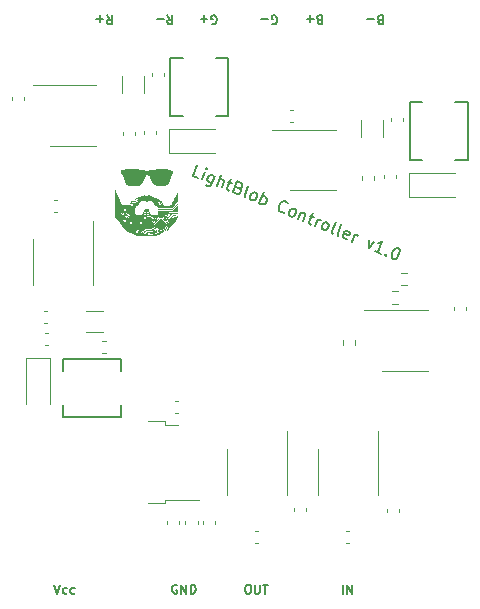
<source format=gto>
%TF.GenerationSoftware,KiCad,Pcbnew,(5.99.0-11336-g5116fa6d12)*%
%TF.CreationDate,2021-07-16T01:16:28+02:00*%
%TF.ProjectId,WS2811_3W,57533238-3131-45f3-9357-2e6b69636164,rev?*%
%TF.SameCoordinates,Original*%
%TF.FileFunction,Legend,Top*%
%TF.FilePolarity,Positive*%
%FSLAX46Y46*%
G04 Gerber Fmt 4.6, Leading zero omitted, Abs format (unit mm)*
G04 Created by KiCad (PCBNEW (5.99.0-11336-g5116fa6d12)) date 2021-07-16 01:16:28*
%MOMM*%
%LPD*%
G01*
G04 APERTURE LIST*
%ADD10C,0.200000*%
%ADD11C,0.150000*%
%ADD12C,0.120000*%
G04 APERTURE END LIST*
D10*
X89100345Y-75828375D02*
X88660402Y-75646144D01*
X89043086Y-74722265D01*
X89408305Y-75955936D02*
X89663427Y-75340016D01*
X89790988Y-75032056D02*
X89728771Y-75057828D01*
X89754542Y-75120045D01*
X89816759Y-75094274D01*
X89790988Y-75032056D01*
X89754542Y-75120045D01*
X90499318Y-75686254D02*
X90189527Y-76434156D01*
X90109086Y-76503922D01*
X90046869Y-76529693D01*
X89940658Y-76537241D01*
X89808675Y-76482572D01*
X89738909Y-76402132D01*
X90262419Y-76258179D02*
X90156207Y-76265727D01*
X89980230Y-76192835D01*
X89910465Y-76112395D01*
X89884693Y-76050178D01*
X89877145Y-75943966D01*
X89986483Y-75680000D01*
X90066924Y-75610235D01*
X90129141Y-75584464D01*
X90235352Y-75576915D01*
X90411330Y-75649807D01*
X90481095Y-75730248D01*
X90684138Y-76484403D02*
X91066822Y-75560524D01*
X91080087Y-76648411D02*
X91280540Y-76164474D01*
X91272992Y-76058262D01*
X91203226Y-75977822D01*
X91071243Y-75923153D01*
X90965032Y-75930701D01*
X90902815Y-75956472D01*
X91643169Y-76160052D02*
X91995123Y-76305836D01*
X91902713Y-75906761D02*
X91574698Y-76698658D01*
X91582247Y-76804870D01*
X91652012Y-76885310D01*
X91740001Y-76921756D01*
X92556374Y-76692941D02*
X92670133Y-76791605D01*
X92695905Y-76853822D01*
X92703453Y-76960033D01*
X92648784Y-77092016D01*
X92568344Y-77161782D01*
X92506126Y-77187553D01*
X92399915Y-77195101D01*
X92047961Y-77049317D01*
X92430644Y-76125438D01*
X92738604Y-76252999D01*
X92808369Y-76333439D01*
X92834141Y-76395656D01*
X92841689Y-76501868D01*
X92805243Y-76589856D01*
X92724802Y-76659622D01*
X92662585Y-76685393D01*
X92556374Y-76692941D01*
X92248414Y-76565380D01*
X93103823Y-77486670D02*
X93034057Y-77406229D01*
X93026509Y-77300018D01*
X93354524Y-76508121D01*
X93587760Y-77687123D02*
X93517994Y-77606682D01*
X93492223Y-77544465D01*
X93484675Y-77438254D01*
X93594013Y-77174288D01*
X93674453Y-77104523D01*
X93736671Y-77078751D01*
X93842882Y-77071203D01*
X93974865Y-77125872D01*
X94044630Y-77206312D01*
X94070402Y-77268530D01*
X94077950Y-77374741D01*
X93968612Y-77638707D01*
X93888171Y-77708472D01*
X93825954Y-77734244D01*
X93719743Y-77741792D01*
X93587760Y-77687123D01*
X94291668Y-77978691D02*
X94674351Y-77054812D01*
X94528567Y-77406766D02*
X94634779Y-77399217D01*
X94810756Y-77472110D01*
X94880521Y-77552550D01*
X94906293Y-77614767D01*
X94913841Y-77720979D01*
X94804503Y-77984944D01*
X94724062Y-78054710D01*
X94661845Y-78080481D01*
X94555634Y-78088029D01*
X94379657Y-78015137D01*
X94309891Y-77934697D01*
X96395844Y-78747185D02*
X96333627Y-78772956D01*
X96183421Y-78762281D01*
X96095433Y-78725835D01*
X95981673Y-78627172D01*
X95930131Y-78502737D01*
X95922582Y-78396526D01*
X95951480Y-78202325D01*
X96006149Y-78070343D01*
X96123036Y-77912589D01*
X96203476Y-77842823D01*
X96327910Y-77791281D01*
X96478116Y-77801955D01*
X96566105Y-77838401D01*
X96679865Y-77937065D01*
X96705636Y-77999282D01*
X96887330Y-79053849D02*
X96817564Y-78973409D01*
X96791793Y-78911192D01*
X96784245Y-78804980D01*
X96893583Y-78541015D01*
X96974023Y-78471249D01*
X97036240Y-78445478D01*
X97142452Y-78437930D01*
X97274435Y-78492599D01*
X97344200Y-78573039D01*
X97369971Y-78635256D01*
X97377520Y-78741468D01*
X97268181Y-79005433D01*
X97187741Y-79075199D01*
X97125524Y-79100970D01*
X97019312Y-79108518D01*
X96887330Y-79053849D01*
X97846360Y-78729498D02*
X97591238Y-79345418D01*
X97809914Y-78817486D02*
X97872131Y-78791715D01*
X97978343Y-78784167D01*
X98110326Y-78838836D01*
X98180091Y-78919276D01*
X98187639Y-79025488D01*
X97987186Y-79509425D01*
X98550268Y-79021066D02*
X98902222Y-79166850D01*
X98809812Y-78767776D02*
X98481798Y-79559672D01*
X98489346Y-79665884D01*
X98559112Y-79746324D01*
X98647100Y-79782770D01*
X98955060Y-79910331D02*
X99210182Y-79294412D01*
X99137290Y-79470389D02*
X99217730Y-79400623D01*
X99279948Y-79374852D01*
X99386159Y-79367304D01*
X99474148Y-79403750D01*
X99658968Y-80201900D02*
X99589203Y-80121459D01*
X99563431Y-80059242D01*
X99555883Y-79953030D01*
X99665221Y-79689065D01*
X99745662Y-79619299D01*
X99807879Y-79593528D01*
X99914090Y-79585980D01*
X100046073Y-79640649D01*
X100115839Y-79721089D01*
X100141610Y-79783307D01*
X100149158Y-79889518D01*
X100039820Y-80153484D01*
X99959380Y-80223249D01*
X99897163Y-80249020D01*
X99790951Y-80256569D01*
X99658968Y-80201900D01*
X100494859Y-80548137D02*
X100425094Y-80467697D01*
X100417545Y-80361485D01*
X100745560Y-79569588D01*
X100978796Y-80748590D02*
X100909031Y-80668150D01*
X100901482Y-80561938D01*
X101229497Y-79770042D01*
X101700927Y-80996164D02*
X101594716Y-81003713D01*
X101418739Y-80930820D01*
X101348973Y-80850380D01*
X101341425Y-80744169D01*
X101487209Y-80392214D01*
X101567649Y-80322449D01*
X101673861Y-80314901D01*
X101849838Y-80387793D01*
X101919604Y-80468233D01*
X101927152Y-80574445D01*
X101890706Y-80662433D01*
X101414317Y-80568192D01*
X102122647Y-81222389D02*
X102377769Y-80606469D01*
X102304877Y-80782446D02*
X102385317Y-80712681D01*
X102447535Y-80686909D01*
X102553746Y-80679361D01*
X102641735Y-80715807D01*
X103565614Y-81098491D02*
X103530463Y-81805525D01*
X104005557Y-81280721D01*
X104586326Y-82242878D02*
X104058395Y-82024202D01*
X104322360Y-82133540D02*
X104705044Y-81209660D01*
X104562386Y-81305197D01*
X104437951Y-81356740D01*
X104331740Y-81364288D01*
X105018720Y-82318897D02*
X105044491Y-82381114D01*
X104982274Y-82406885D01*
X104956503Y-82344668D01*
X105018720Y-82318897D01*
X104982274Y-82406885D01*
X105980877Y-81738128D02*
X106068866Y-81774574D01*
X106138631Y-81855014D01*
X106164402Y-81917232D01*
X106171951Y-82023443D01*
X106143053Y-82217643D01*
X106051938Y-82437614D01*
X105935051Y-82595368D01*
X105854611Y-82665134D01*
X105792394Y-82690905D01*
X105686182Y-82698453D01*
X105598194Y-82662007D01*
X105528428Y-82581567D01*
X105502657Y-82519350D01*
X105495109Y-82413138D01*
X105524007Y-82218938D01*
X105615122Y-81998967D01*
X105732008Y-81841213D01*
X105812448Y-81771447D01*
X105874666Y-81745676D01*
X105980877Y-81738128D01*
D11*
X90234657Y-62782800D02*
X90306085Y-62818514D01*
X90413228Y-62818514D01*
X90520371Y-62782800D01*
X90591800Y-62711371D01*
X90627514Y-62639942D01*
X90663228Y-62497085D01*
X90663228Y-62389942D01*
X90627514Y-62247085D01*
X90591800Y-62175657D01*
X90520371Y-62104228D01*
X90413228Y-62068514D01*
X90341800Y-62068514D01*
X90234657Y-62104228D01*
X90198942Y-62139942D01*
X90198942Y-62389942D01*
X90341800Y-62389942D01*
X89877514Y-62354228D02*
X89306085Y-62354228D01*
X89591800Y-62068514D02*
X89591800Y-62639942D01*
X86490542Y-62068514D02*
X86740542Y-62425657D01*
X86919114Y-62068514D02*
X86919114Y-62818514D01*
X86633400Y-62818514D01*
X86561971Y-62782800D01*
X86526257Y-62747085D01*
X86490542Y-62675657D01*
X86490542Y-62568514D01*
X86526257Y-62497085D01*
X86561971Y-62461371D01*
X86633400Y-62425657D01*
X86919114Y-62425657D01*
X86169114Y-62354228D02*
X85597685Y-62354228D01*
X95365457Y-62782800D02*
X95436885Y-62818514D01*
X95544028Y-62818514D01*
X95651171Y-62782800D01*
X95722600Y-62711371D01*
X95758314Y-62639942D01*
X95794028Y-62497085D01*
X95794028Y-62389942D01*
X95758314Y-62247085D01*
X95722600Y-62175657D01*
X95651171Y-62104228D01*
X95544028Y-62068514D01*
X95472600Y-62068514D01*
X95365457Y-62104228D01*
X95329742Y-62139942D01*
X95329742Y-62389942D01*
X95472600Y-62389942D01*
X95008314Y-62354228D02*
X94436885Y-62354228D01*
X87312571Y-110318200D02*
X87241142Y-110282485D01*
X87134000Y-110282485D01*
X87026857Y-110318200D01*
X86955428Y-110389628D01*
X86919714Y-110461057D01*
X86884000Y-110603914D01*
X86884000Y-110711057D01*
X86919714Y-110853914D01*
X86955428Y-110925342D01*
X87026857Y-110996771D01*
X87134000Y-111032485D01*
X87205428Y-111032485D01*
X87312571Y-110996771D01*
X87348285Y-110961057D01*
X87348285Y-110711057D01*
X87205428Y-110711057D01*
X87669714Y-111032485D02*
X87669714Y-110282485D01*
X88098285Y-111032485D01*
X88098285Y-110282485D01*
X88455428Y-111032485D02*
X88455428Y-110282485D01*
X88634000Y-110282485D01*
X88741142Y-110318200D01*
X88812571Y-110389628D01*
X88848285Y-110461057D01*
X88884000Y-110603914D01*
X88884000Y-110711057D01*
X88848285Y-110853914D01*
X88812571Y-110925342D01*
X88741142Y-110996771D01*
X88634000Y-111032485D01*
X88455428Y-111032485D01*
X81359742Y-62068514D02*
X81609742Y-62425657D01*
X81788314Y-62068514D02*
X81788314Y-62818514D01*
X81502600Y-62818514D01*
X81431171Y-62782800D01*
X81395457Y-62747085D01*
X81359742Y-62675657D01*
X81359742Y-62568514D01*
X81395457Y-62497085D01*
X81431171Y-62461371D01*
X81502600Y-62425657D01*
X81788314Y-62425657D01*
X81038314Y-62354228D02*
X80466885Y-62354228D01*
X80752600Y-62068514D02*
X80752600Y-62639942D01*
X93255400Y-110282485D02*
X93398257Y-110282485D01*
X93469685Y-110318200D01*
X93541114Y-110389628D01*
X93576828Y-110532485D01*
X93576828Y-110782485D01*
X93541114Y-110925342D01*
X93469685Y-110996771D01*
X93398257Y-111032485D01*
X93255400Y-111032485D01*
X93183971Y-110996771D01*
X93112542Y-110925342D01*
X93076828Y-110782485D01*
X93076828Y-110532485D01*
X93112542Y-110389628D01*
X93183971Y-110318200D01*
X93255400Y-110282485D01*
X93898257Y-110282485D02*
X93898257Y-110889628D01*
X93933971Y-110961057D01*
X93969685Y-110996771D01*
X94041114Y-111032485D01*
X94183971Y-111032485D01*
X94255400Y-110996771D01*
X94291114Y-110961057D01*
X94326828Y-110889628D01*
X94326828Y-110282485D01*
X94576828Y-110282485D02*
X95005400Y-110282485D01*
X94791114Y-111032485D02*
X94791114Y-110282485D01*
X104499914Y-62461371D02*
X104392771Y-62425657D01*
X104357057Y-62389942D01*
X104321342Y-62318514D01*
X104321342Y-62211371D01*
X104357057Y-62139942D01*
X104392771Y-62104228D01*
X104464200Y-62068514D01*
X104749914Y-62068514D01*
X104749914Y-62818514D01*
X104499914Y-62818514D01*
X104428485Y-62782800D01*
X104392771Y-62747085D01*
X104357057Y-62675657D01*
X104357057Y-62604228D01*
X104392771Y-62532800D01*
X104428485Y-62497085D01*
X104499914Y-62461371D01*
X104749914Y-62461371D01*
X103999914Y-62354228D02*
X103428485Y-62354228D01*
X99369114Y-62461371D02*
X99261971Y-62425657D01*
X99226257Y-62389942D01*
X99190542Y-62318514D01*
X99190542Y-62211371D01*
X99226257Y-62139942D01*
X99261971Y-62104228D01*
X99333400Y-62068514D01*
X99619114Y-62068514D01*
X99619114Y-62818514D01*
X99369114Y-62818514D01*
X99297685Y-62782800D01*
X99261971Y-62747085D01*
X99226257Y-62675657D01*
X99226257Y-62604228D01*
X99261971Y-62532800D01*
X99297685Y-62497085D01*
X99369114Y-62461371D01*
X99619114Y-62461371D01*
X98869114Y-62354228D02*
X98297685Y-62354228D01*
X98583400Y-62068514D02*
X98583400Y-62639942D01*
X101334142Y-111032485D02*
X101334142Y-110282485D01*
X101691285Y-111032485D02*
X101691285Y-110282485D01*
X102119857Y-111032485D01*
X102119857Y-110282485D01*
X76932742Y-110282485D02*
X77182742Y-111032485D01*
X77432742Y-110282485D01*
X78004171Y-110996771D02*
X77932742Y-111032485D01*
X77789885Y-111032485D01*
X77718457Y-110996771D01*
X77682742Y-110961057D01*
X77647028Y-110889628D01*
X77647028Y-110675342D01*
X77682742Y-110603914D01*
X77718457Y-110568200D01*
X77789885Y-110532485D01*
X77932742Y-110532485D01*
X78004171Y-110568200D01*
X78647028Y-110996771D02*
X78575600Y-111032485D01*
X78432742Y-111032485D01*
X78361314Y-110996771D01*
X78325600Y-110961057D01*
X78289885Y-110889628D01*
X78289885Y-110675342D01*
X78325600Y-110603914D01*
X78361314Y-110568200D01*
X78432742Y-110532485D01*
X78575600Y-110532485D01*
X78647028Y-110568200D01*
D12*
%TO.C,U4*%
X84830000Y-103360000D02*
X86330000Y-103360000D01*
X86330000Y-103360000D02*
X86330000Y-103090000D01*
X86330000Y-103090000D02*
X89160000Y-103090000D01*
X84830000Y-96460000D02*
X86330000Y-96460000D01*
X86330000Y-96460000D02*
X86330000Y-96730000D01*
X86330000Y-96730000D02*
X87430000Y-96730000D01*
%TO.C,D6*%
X106918401Y-75454799D02*
X106918401Y-77454799D01*
X106918401Y-77454799D02*
X110818401Y-77454799D01*
X106918401Y-75454799D02*
X110818401Y-75454799D01*
%TO.C,D5*%
X76539600Y-91069600D02*
X74539600Y-91069600D01*
X74539600Y-91069600D02*
X74539600Y-94969600D01*
X76539600Y-91069600D02*
X76539600Y-94969600D01*
%TO.C,D4*%
X86650000Y-71694800D02*
X86650000Y-73694800D01*
X86650000Y-73694800D02*
X90550000Y-73694800D01*
X86650000Y-71694800D02*
X90550000Y-71694800D01*
%TO.C,C17*%
X102968801Y-75704619D02*
X102968801Y-75985779D01*
X103988801Y-75704619D02*
X103988801Y-75985779D01*
%TO.C,C14*%
X76391380Y-88948800D02*
X76110220Y-88948800D01*
X76391380Y-89968800D02*
X76110220Y-89968800D01*
%TO.C,C3*%
X98249200Y-103796220D02*
X98249200Y-104077380D01*
X97229200Y-103796220D02*
X97229200Y-104077380D01*
D11*
%TO.C,L1*%
X86754800Y-65672800D02*
X87804800Y-65672800D01*
X91654800Y-70572800D02*
X91654800Y-65672800D01*
X91654800Y-65672800D02*
X90604800Y-65672800D01*
X86754800Y-70572800D02*
X87804800Y-70572800D01*
X91654800Y-70572800D02*
X90604800Y-70572800D01*
X86754800Y-70572800D02*
X86754800Y-65672800D01*
D12*
%TO.C,C15*%
X81268180Y-89609200D02*
X80987020Y-89609200D01*
X81268180Y-90629200D02*
X80987020Y-90629200D01*
%TO.C,C2*%
X110792800Y-87008580D02*
X110792800Y-86727420D01*
X111812800Y-87008580D02*
X111812800Y-86727420D01*
%TO.C,C19*%
X105458001Y-70726219D02*
X105458001Y-71007379D01*
X106478001Y-70726219D02*
X106478001Y-71007379D01*
%TO.C,C8*%
X89050000Y-104888420D02*
X89050000Y-105169580D01*
X88030000Y-104888420D02*
X88030000Y-105169580D01*
%TO.C,R3*%
X79587736Y-88895600D02*
X81041864Y-88895600D01*
X79587736Y-87075600D02*
X81041864Y-87075600D01*
%TO.C,C9*%
X89533000Y-104888420D02*
X89533000Y-105169580D01*
X90553000Y-104888420D02*
X90553000Y-105169580D01*
%TO.C,C5*%
X86485000Y-104888420D02*
X86485000Y-105169580D01*
X87505000Y-104888420D02*
X87505000Y-105169580D01*
%TO.C,U6*%
X75113200Y-82956400D02*
X75113200Y-81006400D01*
X75113200Y-82956400D02*
X75113200Y-84906400D01*
X80233200Y-82956400D02*
X80233200Y-84906400D01*
X80233200Y-82956400D02*
X80233200Y-79506400D01*
%TO.C,R5*%
X104744401Y-72406663D02*
X104744401Y-70952535D01*
X102924401Y-72406663D02*
X102924401Y-70952535D01*
%TO.C,R1*%
X101892980Y-105712800D02*
X101611820Y-105712800D01*
X101892980Y-106732800D02*
X101611820Y-106732800D01*
%TO.C,C12*%
X77178780Y-78691200D02*
X76897620Y-78691200D01*
X77178780Y-77671200D02*
X76897620Y-77671200D01*
%TO.C,C16*%
X96887420Y-70102000D02*
X97168580Y-70102000D01*
X96887420Y-71122000D02*
X97168580Y-71122000D01*
%TO.C,R7*%
X106764858Y-84901300D02*
X106290342Y-84901300D01*
X106764858Y-83856300D02*
X106290342Y-83856300D01*
%TO.C,C13*%
X76289780Y-88140000D02*
X76008620Y-88140000D01*
X76289780Y-87120000D02*
X76008620Y-87120000D01*
%TO.C,G\u002A\u002A\u002A*%
G36*
X86192119Y-80332746D02*
G01*
X86200306Y-80339068D01*
X86243496Y-80380642D01*
X86254230Y-80409170D01*
X86231830Y-80422054D01*
X86222096Y-80422531D01*
X86192805Y-80409427D01*
X86155375Y-80377663D01*
X86153241Y-80375421D01*
X86121969Y-80332237D01*
X86121395Y-80308126D01*
X86146463Y-80306995D01*
X86192119Y-80332746D01*
G37*
G36*
X86294893Y-80191265D02*
G01*
X86337871Y-80230489D01*
X86377937Y-80274654D01*
X86390615Y-80301905D01*
X86381240Y-80317698D01*
X86353419Y-80320017D01*
X86311447Y-80293063D01*
X86288648Y-80272652D01*
X86248735Y-80230729D01*
X86236360Y-80203586D01*
X86245279Y-80185442D01*
X86265880Y-80176754D01*
X86294893Y-80191265D01*
G37*
G36*
X83975006Y-77721488D02*
G01*
X83976967Y-77731581D01*
X83960632Y-77756791D01*
X83936511Y-77762133D01*
X83906915Y-77752856D01*
X83904137Y-77737859D01*
X83925032Y-77713679D01*
X83954395Y-77707728D01*
X83975006Y-77721488D01*
G37*
G36*
X85978150Y-79301347D02*
G01*
X86011303Y-79319091D01*
X86055586Y-79353058D01*
X86115490Y-79406843D01*
X86195506Y-79484040D01*
X86234717Y-79522844D01*
X86322127Y-79612114D01*
X86391057Y-79687344D01*
X86438402Y-79744927D01*
X86461062Y-79781252D01*
X86462594Y-79787927D01*
X86448582Y-79818690D01*
X86409729Y-79868790D01*
X86350805Y-79932433D01*
X86312097Y-79970608D01*
X86206546Y-80071792D01*
X86125376Y-80149219D01*
X86064764Y-80205829D01*
X86020884Y-80244564D01*
X85989915Y-80268368D01*
X85968032Y-80280181D01*
X85951411Y-80282946D01*
X85936230Y-80279604D01*
X85918863Y-80273169D01*
X85895584Y-80256473D01*
X85850382Y-80217173D01*
X85788691Y-80160235D01*
X85715941Y-80090624D01*
X85671271Y-80046846D01*
X85582700Y-79957671D01*
X85519887Y-79890211D01*
X85479522Y-79840426D01*
X85458292Y-79804275D01*
X85452808Y-79780306D01*
X85467029Y-79744313D01*
X85505642Y-79690126D01*
X85562576Y-79623637D01*
X85631758Y-79550740D01*
X85707114Y-79477327D01*
X85782572Y-79409293D01*
X85852059Y-79352530D01*
X85909502Y-79312931D01*
X85948828Y-79296390D01*
X85951638Y-79296231D01*
X85978150Y-79301347D01*
G37*
G36*
X87351413Y-79058120D02*
G01*
X87354335Y-79087574D01*
X87338647Y-79110391D01*
X87313525Y-79106982D01*
X87299978Y-79095186D01*
X87288995Y-79063796D01*
X87312027Y-79045646D01*
X87329974Y-79043785D01*
X87351413Y-79058120D01*
G37*
G36*
X85533941Y-80068679D02*
G01*
X85543264Y-80090619D01*
X85527556Y-80121102D01*
X85501478Y-80150537D01*
X85457165Y-80192774D01*
X85428814Y-80206944D01*
X85408857Y-80195883D01*
X85402987Y-80187442D01*
X85407367Y-80162007D01*
X85433956Y-80123069D01*
X85450089Y-80105583D01*
X85491605Y-80068942D01*
X85518480Y-80059833D01*
X85533941Y-80068679D01*
G37*
G36*
X83922289Y-80363945D02*
G01*
X83934432Y-80388548D01*
X83926858Y-80417427D01*
X83909001Y-80422531D01*
X83884427Y-80408595D01*
X83883303Y-80392377D01*
X83900107Y-80362549D01*
X83922289Y-80363945D01*
G37*
G36*
X84653393Y-79234125D02*
G01*
X84656631Y-79247684D01*
X84642149Y-79272110D01*
X84611529Y-79275497D01*
X84592429Y-79264394D01*
X84587913Y-79240633D01*
X84610132Y-79221782D01*
X84628648Y-79218555D01*
X84653393Y-79234125D01*
G37*
G36*
X85305277Y-79482905D02*
G01*
X85341393Y-79506705D01*
X85376692Y-79541649D01*
X85401107Y-79577506D01*
X85404572Y-79604045D01*
X85402580Y-79606673D01*
X85377090Y-79607953D01*
X85334747Y-79576196D01*
X85319034Y-79560614D01*
X85280294Y-79514413D01*
X85272655Y-79487011D01*
X85278411Y-79480480D01*
X85305277Y-79482905D01*
G37*
G36*
X86644006Y-78979223D02*
G01*
X86656044Y-79008492D01*
X86656783Y-79017893D01*
X86642448Y-79039331D01*
X86612994Y-79042254D01*
X86590177Y-79026566D01*
X86592969Y-79003064D01*
X86614753Y-78981459D01*
X86639186Y-78976123D01*
X86644006Y-78979223D01*
G37*
G36*
X83646524Y-75068472D02*
G01*
X83814779Y-75084149D01*
X83999540Y-75108717D01*
X84190517Y-75140851D01*
X84335189Y-75169887D01*
X84503134Y-75200417D01*
X84666589Y-75217105D01*
X84833890Y-75219789D01*
X85013376Y-75208306D01*
X85213385Y-75182493D01*
X85406575Y-75149009D01*
X85627925Y-75110119D01*
X85820921Y-75083523D01*
X85994071Y-75069286D01*
X86155883Y-75067475D01*
X86314866Y-75078156D01*
X86479528Y-75101395D01*
X86658378Y-75137258D01*
X86753878Y-75159485D01*
X86977196Y-75213310D01*
X86983049Y-75335044D01*
X86984406Y-75405875D01*
X86977879Y-75451593D01*
X86960247Y-75485643D01*
X86941729Y-75507429D01*
X86911627Y-75542057D01*
X86887131Y-75577900D01*
X86865123Y-75622244D01*
X86842482Y-75682374D01*
X86816088Y-75765576D01*
X86783349Y-75877304D01*
X86742535Y-76012344D01*
X86705859Y-76116476D01*
X86669949Y-76196895D01*
X86631433Y-76260798D01*
X86586938Y-76315380D01*
X86569680Y-76333263D01*
X86439990Y-76435776D01*
X86286933Y-76507291D01*
X86110488Y-76547815D01*
X85948766Y-76557927D01*
X85756661Y-76543527D01*
X85587080Y-76500095D01*
X85438475Y-76426381D01*
X85309299Y-76321133D01*
X85198004Y-76183101D01*
X85103044Y-76011034D01*
X85025489Y-75811687D01*
X84986504Y-75710728D01*
X84944804Y-75643320D01*
X84895293Y-75604248D01*
X84832877Y-75588296D01*
X84806165Y-75587210D01*
X84753171Y-75591089D01*
X84712544Y-75606571D01*
X84679505Y-75639422D01*
X84649273Y-75695408D01*
X84617068Y-75780296D01*
X84597635Y-75838761D01*
X84521875Y-76026546D01*
X84424847Y-76192000D01*
X84309827Y-76330949D01*
X84180091Y-76439217D01*
X84083771Y-76493818D01*
X84031685Y-76516546D01*
X83984390Y-76532130D01*
X83932230Y-76542111D01*
X83865553Y-76548029D01*
X83774705Y-76551426D01*
X83714811Y-76552705D01*
X83570652Y-76552682D01*
X83459589Y-76546277D01*
X83376349Y-76533138D01*
X83360030Y-76528972D01*
X83220064Y-76480428D01*
X83111802Y-76419602D01*
X83028873Y-76341872D01*
X82964906Y-76242614D01*
X82964628Y-76242066D01*
X82926807Y-76158414D01*
X82884020Y-76049478D01*
X82840708Y-75927658D01*
X82801311Y-75805351D01*
X82774243Y-75710371D01*
X82749597Y-75650146D01*
X82708558Y-75580479D01*
X82675631Y-75535956D01*
X82632207Y-75480018D01*
X82608997Y-75435388D01*
X82599756Y-75384945D01*
X82598221Y-75323724D01*
X82598221Y-75205169D01*
X82855522Y-75152787D01*
X83007528Y-75122364D01*
X83129045Y-75099513D01*
X83227460Y-75083215D01*
X83310158Y-75072447D01*
X83384528Y-75066190D01*
X83457954Y-75063421D01*
X83505063Y-75063010D01*
X83646524Y-75068472D01*
G37*
G36*
X84882220Y-78814014D02*
G01*
X84904679Y-78827178D01*
X84909077Y-78849595D01*
X84902563Y-78875004D01*
X84876236Y-78886234D01*
X84831401Y-78888433D01*
X84780583Y-78885176D01*
X84758123Y-78872012D01*
X84753725Y-78849595D01*
X84760239Y-78824186D01*
X84786567Y-78812956D01*
X84831401Y-78810757D01*
X84882220Y-78814014D01*
G37*
G36*
X85935671Y-78016850D02*
G01*
X85929371Y-78032707D01*
X85901145Y-78052549D01*
X85872470Y-78037206D01*
X85870231Y-78033861D01*
X85874559Y-78011773D01*
X85889341Y-78002334D01*
X85924541Y-77998499D01*
X85935671Y-78016850D01*
G37*
G36*
X84964097Y-80593452D02*
G01*
X84967334Y-80607011D01*
X84952853Y-80631437D01*
X84922233Y-80634824D01*
X84903132Y-80623721D01*
X84898616Y-80599960D01*
X84920835Y-80581109D01*
X84939352Y-80577882D01*
X84964097Y-80593452D01*
G37*
G36*
X83145035Y-79160761D02*
G01*
X83140312Y-79183010D01*
X83113849Y-79195705D01*
X83087939Y-79186323D01*
X83083695Y-79170008D01*
X83097655Y-79145522D01*
X83117678Y-79144576D01*
X83145035Y-79160761D01*
G37*
G36*
X82929907Y-79485450D02*
G01*
X82935227Y-79489537D01*
X82941997Y-79517604D01*
X82925194Y-79543426D01*
X82908924Y-79548677D01*
X82884090Y-79534510D01*
X82878454Y-79527087D01*
X82879434Y-79501977D01*
X82902209Y-79484378D01*
X82929907Y-79485450D01*
G37*
G36*
X86621739Y-79486447D02*
G01*
X86630597Y-79508553D01*
X86613989Y-79539778D01*
X86588940Y-79567968D01*
X86535069Y-79613863D01*
X86494996Y-79625278D01*
X86474205Y-79610011D01*
X86480962Y-79588262D01*
X86509473Y-79551205D01*
X86531354Y-79528490D01*
X86576013Y-79489724D01*
X86604661Y-79478111D01*
X86621739Y-79486447D01*
G37*
G36*
X85553179Y-79236739D02*
G01*
X85591189Y-79270333D01*
X85603474Y-79282483D01*
X85645748Y-79333020D01*
X85659360Y-79366438D01*
X85647162Y-79378119D01*
X85612005Y-79363440D01*
X85572551Y-79332592D01*
X85527784Y-79282250D01*
X85519395Y-79244424D01*
X85519965Y-79242790D01*
X85531747Y-79228656D01*
X85553179Y-79236739D01*
G37*
G36*
X84265116Y-79616414D02*
G01*
X84270443Y-79620778D01*
X84281315Y-79651399D01*
X84267152Y-79678467D01*
X84248832Y-79684610D01*
X84223927Y-79670465D01*
X84218658Y-79663499D01*
X84216390Y-79633884D01*
X84236935Y-79614015D01*
X84265116Y-79616414D01*
G37*
G36*
X86387007Y-79248975D02*
G01*
X86387999Y-79269683D01*
X86361466Y-79308412D01*
X86343958Y-79327549D01*
X86297168Y-79372606D01*
X86267512Y-79390609D01*
X86247684Y-79384684D01*
X86238520Y-79372683D01*
X86240049Y-79342994D01*
X86266176Y-79306541D01*
X86306029Y-79272381D01*
X86348734Y-79249573D01*
X86383420Y-79247173D01*
X86387007Y-79248975D01*
G37*
G36*
X83449418Y-79680761D02*
G01*
X83452655Y-79694320D01*
X83438174Y-79718746D01*
X83407554Y-79722133D01*
X83388453Y-79711030D01*
X83383937Y-79687269D01*
X83406156Y-79668418D01*
X83424673Y-79665191D01*
X83449418Y-79680761D01*
G37*
G36*
X85689947Y-79137233D02*
G01*
X85719819Y-79161323D01*
X85758463Y-79199941D01*
X85780762Y-79229794D01*
X85782930Y-79236554D01*
X85772520Y-79262257D01*
X85743030Y-79256504D01*
X85697073Y-79220058D01*
X85685066Y-79208052D01*
X85645420Y-79158298D01*
X85635324Y-79126810D01*
X85651319Y-79118239D01*
X85689947Y-79137233D01*
G37*
G36*
X85450469Y-79365419D02*
G01*
X85484333Y-79395649D01*
X85520024Y-79437757D01*
X85536975Y-79473138D01*
X85536606Y-79483057D01*
X85522773Y-79505025D01*
X85501980Y-79503520D01*
X85467461Y-79476006D01*
X85437175Y-79445780D01*
X85399864Y-79402484D01*
X85389727Y-79374667D01*
X85398435Y-79358372D01*
X85419969Y-79349619D01*
X85450469Y-79365419D01*
G37*
G36*
X86436442Y-80095319D02*
G01*
X86458586Y-80113609D01*
X86494768Y-80152099D01*
X86511532Y-80182279D01*
X86510843Y-80189987D01*
X86492353Y-80206707D01*
X86466706Y-80198912D01*
X86426717Y-80163676D01*
X86413924Y-80150537D01*
X86378183Y-80103749D01*
X86373276Y-80076260D01*
X86394322Y-80072106D01*
X86436442Y-80095319D01*
G37*
G36*
X85417192Y-79960797D02*
G01*
X85398197Y-79999426D01*
X85374107Y-80029297D01*
X85325999Y-80076237D01*
X85292891Y-80091354D01*
X85270538Y-80076559D01*
X85270229Y-80076066D01*
X85276987Y-80054317D01*
X85305497Y-80017260D01*
X85327378Y-79994545D01*
X85377132Y-79954899D01*
X85408620Y-79944802D01*
X85417192Y-79960797D01*
G37*
G36*
X85786724Y-80302043D02*
G01*
X85795582Y-80324149D01*
X85778974Y-80355375D01*
X85753924Y-80383565D01*
X85700054Y-80429459D01*
X85659980Y-80440874D01*
X85639190Y-80425608D01*
X85645947Y-80403859D01*
X85674458Y-80366802D01*
X85696338Y-80344086D01*
X85740997Y-80305321D01*
X85769646Y-80293708D01*
X85786724Y-80302043D01*
G37*
G36*
X84354178Y-78940284D02*
G01*
X84357736Y-78932125D01*
X84370068Y-78902373D01*
X84396067Y-78845747D01*
X84432039Y-78770118D01*
X84435890Y-78762210D01*
X84540117Y-78762210D01*
X84544356Y-78793488D01*
X84564354Y-78807390D01*
X84611028Y-78810740D01*
X84617793Y-78810757D01*
X84667838Y-78808107D01*
X84690081Y-78795609D01*
X84695441Y-78766437D01*
X84695468Y-78762210D01*
X84691229Y-78730931D01*
X84671231Y-78717029D01*
X84624557Y-78713680D01*
X84617793Y-78713662D01*
X84567747Y-78716312D01*
X84545504Y-78728811D01*
X84540145Y-78757982D01*
X84540117Y-78762210D01*
X84435890Y-78762210D01*
X84474292Y-78683353D01*
X84478495Y-78674824D01*
X84588664Y-78451506D01*
X84743271Y-78451506D01*
X84820948Y-78452328D01*
X84869035Y-78456472D01*
X84896771Y-78466454D01*
X84913397Y-78484791D01*
X84921495Y-78500054D01*
X84971099Y-78603410D01*
X85018045Y-78703741D01*
X85059012Y-78793713D01*
X85090681Y-78865995D01*
X85109730Y-78913256D01*
X85112770Y-78922416D01*
X85124057Y-78947041D01*
X85146605Y-78960206D01*
X85190563Y-78965381D01*
X85240508Y-78966109D01*
X85355713Y-78966109D01*
X85355713Y-79050109D01*
X85363301Y-79117820D01*
X85389986Y-79165366D01*
X85401346Y-79176979D01*
X85434465Y-79204558D01*
X85455101Y-79205931D01*
X85473537Y-79187848D01*
X85488369Y-79161161D01*
X85479999Y-79145477D01*
X85577339Y-79145477D01*
X85594058Y-79172130D01*
X85633663Y-79214648D01*
X85647535Y-79228812D01*
X85701086Y-79281093D01*
X85737461Y-79307406D01*
X85765350Y-79310757D01*
X85793443Y-79294153D01*
X85805675Y-79283512D01*
X85833648Y-79250227D01*
X85834828Y-79231660D01*
X86062789Y-79231660D01*
X86064487Y-79252220D01*
X86083042Y-79275838D01*
X86083476Y-79276317D01*
X86125734Y-79308870D01*
X86169150Y-79308985D01*
X86220163Y-79275622D01*
X86246819Y-79249918D01*
X86290775Y-79191416D01*
X86294242Y-79179400D01*
X86419368Y-79179400D01*
X86426489Y-79192720D01*
X86449164Y-79213644D01*
X86472184Y-79212411D01*
X86505222Y-79186008D01*
X86530560Y-79160298D01*
X86575802Y-79123173D01*
X86619019Y-79103164D01*
X86628278Y-79102041D01*
X86672374Y-79088209D01*
X86706532Y-79061876D01*
X86730185Y-79029687D01*
X86729074Y-79000420D01*
X86713747Y-78969636D01*
X86678827Y-78930009D01*
X86639969Y-78911146D01*
X86586758Y-78920714D01*
X86542510Y-78956607D01*
X86521207Y-79006750D01*
X86520851Y-79014033D01*
X86507402Y-79053694D01*
X86473994Y-79100058D01*
X86462949Y-79111411D01*
X86426820Y-79151773D01*
X86419368Y-79179400D01*
X86294242Y-79179400D01*
X86305395Y-79140741D01*
X86290608Y-79103769D01*
X86248883Y-79086646D01*
X86207129Y-79093253D01*
X86158765Y-79125863D01*
X86124057Y-79158972D01*
X86081472Y-79203973D01*
X86062789Y-79231660D01*
X85834828Y-79231660D01*
X85835706Y-79217852D01*
X85809626Y-79178486D01*
X85763455Y-79133429D01*
X85705639Y-79086011D01*
X85663901Y-79066897D01*
X85629557Y-79074470D01*
X85597954Y-79102589D01*
X85579855Y-79125395D01*
X85577339Y-79145477D01*
X85479999Y-79145477D01*
X85475558Y-79137154D01*
X85457033Y-79120977D01*
X85420502Y-79067808D01*
X85413970Y-79026995D01*
X85413970Y-78967883D01*
X85676126Y-78956399D01*
X85681709Y-78776774D01*
X85687293Y-78597148D01*
X86312826Y-78596838D01*
X86938358Y-78596528D01*
X87006325Y-78537132D01*
X87047778Y-78499413D01*
X87108222Y-78442546D01*
X87179044Y-78374700D01*
X87241358Y-78314124D01*
X87306990Y-78250812D01*
X87362678Y-78198901D01*
X87402593Y-78163699D01*
X87420904Y-78150515D01*
X87420983Y-78150512D01*
X87425287Y-78168830D01*
X87428955Y-78219381D01*
X87431713Y-78295561D01*
X87433283Y-78390769D01*
X87433542Y-78451506D01*
X87433542Y-78752500D01*
X86594067Y-78752500D01*
X86440945Y-78901510D01*
X86379132Y-78962859D01*
X86329270Y-79014624D01*
X86297062Y-79050733D01*
X86287823Y-79064493D01*
X86299633Y-79086289D01*
X86334191Y-79078281D01*
X86390190Y-79041158D01*
X86466324Y-78975609D01*
X86478915Y-78963826D01*
X86620468Y-78830176D01*
X87027005Y-78830176D01*
X87162379Y-78830317D01*
X87263808Y-78831052D01*
X87336183Y-78832847D01*
X87384399Y-78836171D01*
X87413345Y-78841490D01*
X87427916Y-78849273D01*
X87433003Y-78859986D01*
X87433542Y-78869014D01*
X87431417Y-78884748D01*
X87420956Y-78895563D01*
X87396027Y-78902396D01*
X87350498Y-78906185D01*
X87278240Y-78907869D01*
X87176241Y-78908380D01*
X86918939Y-78908907D01*
X86729605Y-79092019D01*
X86660195Y-79160453D01*
X86602215Y-79220102D01*
X86560824Y-79265472D01*
X86541179Y-79291066D01*
X86540270Y-79293772D01*
X86549249Y-79316841D01*
X86577178Y-79313498D01*
X86625540Y-79282831D01*
X86695822Y-79223924D01*
X86777101Y-79147883D01*
X86965384Y-78966109D01*
X87297609Y-78966109D01*
X87258771Y-79004947D01*
X87211802Y-79033529D01*
X87140940Y-79044259D01*
X87127693Y-79044527D01*
X87088465Y-79046029D01*
X87055870Y-79052752D01*
X87022984Y-79069103D01*
X86982887Y-79099490D01*
X86928655Y-79148321D01*
X86855828Y-79217641D01*
X86788187Y-79284025D01*
X86732187Y-79341794D01*
X86693165Y-79385234D01*
X86676457Y-79408633D01*
X86676202Y-79409942D01*
X86684196Y-79435622D01*
X86709480Y-79435618D01*
X86754013Y-79408817D01*
X86819751Y-79354105D01*
X86890163Y-79288301D01*
X86963603Y-79218300D01*
X87016437Y-79171212D01*
X87055580Y-79142549D01*
X87087952Y-79127825D01*
X87120470Y-79122552D01*
X87146438Y-79122078D01*
X87207962Y-79129011D01*
X87258120Y-79145494D01*
X87267338Y-79151206D01*
X87324521Y-79177508D01*
X87375308Y-79165630D01*
X87405527Y-79136025D01*
X87428074Y-79107280D01*
X87433369Y-79109283D01*
X87428792Y-79132479D01*
X87415679Y-79154607D01*
X87382336Y-79202008D01*
X87332287Y-79270133D01*
X87269057Y-79354432D01*
X87196170Y-79450356D01*
X87117150Y-79553355D01*
X87035523Y-79658879D01*
X86954812Y-79762380D01*
X86878542Y-79859307D01*
X86810237Y-79945112D01*
X86753423Y-80015245D01*
X86711622Y-80065156D01*
X86688360Y-80090296D01*
X86685146Y-80092408D01*
X86683651Y-80078054D01*
X86686933Y-80067622D01*
X86680302Y-80037005D01*
X86649632Y-79996354D01*
X86604861Y-79954454D01*
X86555925Y-79920089D01*
X86512760Y-79902042D01*
X86498916Y-79901416D01*
X86457049Y-79920649D01*
X86445105Y-79958741D01*
X86462529Y-80010475D01*
X86508767Y-80070637D01*
X86517864Y-80079783D01*
X86563972Y-80122135D01*
X86594762Y-80140272D01*
X86620959Y-80138793D01*
X86637606Y-80131117D01*
X86661164Y-80120287D01*
X86663073Y-80127418D01*
X86642065Y-80157417D01*
X86625197Y-80179175D01*
X86578793Y-80229774D01*
X86530277Y-80270048D01*
X86516578Y-80278433D01*
X86486074Y-80292255D01*
X86461826Y-80291457D01*
X86433636Y-80271489D01*
X86391308Y-80227799D01*
X86383027Y-80218829D01*
X86321491Y-80160236D01*
X86273132Y-80134425D01*
X86233353Y-80139650D01*
X86214031Y-80154549D01*
X86193407Y-80189457D01*
X86200362Y-80230762D01*
X86236808Y-80284665D01*
X86263550Y-80314908D01*
X86336371Y-80393402D01*
X86257876Y-80320581D01*
X86196224Y-80270140D01*
X86149978Y-80250058D01*
X86112939Y-80258422D01*
X86097517Y-80271063D01*
X86075808Y-80313019D01*
X86090011Y-80361935D01*
X86122799Y-80403150D01*
X86171383Y-80453861D01*
X85855788Y-80603505D01*
X85752173Y-80651758D01*
X85658977Y-80693510D01*
X85582517Y-80726063D01*
X85529112Y-80746716D01*
X85506210Y-80752902D01*
X85476994Y-80739982D01*
X85473747Y-80705996D01*
X85494800Y-80657160D01*
X85538483Y-80599694D01*
X85550845Y-80586632D01*
X85594126Y-80540411D01*
X85612708Y-80512050D01*
X85610413Y-80493052D01*
X85598473Y-80480806D01*
X85577610Y-80470136D01*
X85553098Y-80477138D01*
X85516600Y-80506010D01*
X85481017Y-80539947D01*
X85430390Y-80594107D01*
X85403961Y-80637185D01*
X85394904Y-80681463D01*
X85394551Y-80695510D01*
X85394551Y-80766214D01*
X85205216Y-80778752D01*
X85116404Y-80783245D01*
X85001501Y-80787039D01*
X84873253Y-80789817D01*
X84744407Y-80791259D01*
X84699358Y-80791390D01*
X84578207Y-80790822D01*
X84491636Y-80788802D01*
X84435406Y-80784988D01*
X84405276Y-80779041D01*
X84397006Y-80770619D01*
X84398364Y-80767217D01*
X84417561Y-80745204D01*
X84459072Y-80702186D01*
X84517137Y-80644000D01*
X84548577Y-80613173D01*
X84834131Y-80613173D01*
X84851502Y-80661995D01*
X84873451Y-80682809D01*
X84922872Y-80709594D01*
X84960726Y-80705786D01*
X84996462Y-80674977D01*
X85029067Y-80650670D01*
X85077675Y-80638826D01*
X85140821Y-80636139D01*
X85193785Y-80635133D01*
X85232461Y-80628541D01*
X85266926Y-80610999D01*
X85307256Y-80577146D01*
X85363529Y-80521620D01*
X85371901Y-80513176D01*
X85429926Y-80452984D01*
X85463104Y-80413164D01*
X85463874Y-80411550D01*
X85592336Y-80411550D01*
X85598373Y-80444021D01*
X85619256Y-80469691D01*
X85651001Y-80493838D01*
X85682276Y-80494805D01*
X85721893Y-80470132D01*
X85767547Y-80428299D01*
X85820045Y-80368361D01*
X85839453Y-80321169D01*
X85827318Y-80281896D01*
X85817884Y-80271063D01*
X85782034Y-80250210D01*
X85740085Y-80258371D01*
X85686192Y-80297374D01*
X85662381Y-80319667D01*
X85612872Y-80372882D01*
X85592336Y-80411550D01*
X85463874Y-80411550D01*
X85475194Y-80387817D01*
X85469953Y-80371045D01*
X85465304Y-80366586D01*
X85446658Y-80359380D01*
X85420620Y-80368493D01*
X85381019Y-80397683D01*
X85321687Y-80450708D01*
X85311269Y-80460421D01*
X85246768Y-80518633D01*
X85199883Y-80554012D01*
X85161514Y-80571916D01*
X85122561Y-80577702D01*
X85111753Y-80577882D01*
X85032286Y-80562074D01*
X84991813Y-80534676D01*
X84956853Y-80506462D01*
X84928318Y-80504074D01*
X84893466Y-80520725D01*
X84848579Y-80562362D01*
X84834131Y-80613173D01*
X84548577Y-80613173D01*
X84586000Y-80576480D01*
X84599581Y-80563318D01*
X84785268Y-80383693D01*
X85028019Y-80383693D01*
X85128930Y-80383415D01*
X85198728Y-80381632D01*
X85245141Y-80376918D01*
X85275893Y-80367846D01*
X85298711Y-80352992D01*
X85321320Y-80330930D01*
X85322907Y-80329275D01*
X85339876Y-80308225D01*
X85474606Y-80308225D01*
X85496142Y-80348155D01*
X85506210Y-80356661D01*
X85532472Y-80375871D01*
X85551337Y-80379248D01*
X85577240Y-80364592D01*
X85609255Y-80340974D01*
X85657797Y-80298388D01*
X85696109Y-80253847D01*
X85697378Y-80251947D01*
X85716726Y-80215586D01*
X85711100Y-80189308D01*
X85694059Y-80168442D01*
X85652552Y-80137201D01*
X85609417Y-80138610D01*
X85558592Y-80173779D01*
X85534757Y-80197540D01*
X85487275Y-80259151D01*
X85474606Y-80308225D01*
X85339876Y-80308225D01*
X85355580Y-80288745D01*
X85359491Y-80262138D01*
X85352706Y-80252520D01*
X85327614Y-80242767D01*
X85291394Y-80261079D01*
X85282165Y-80268100D01*
X85257230Y-80284160D01*
X85225655Y-80294994D01*
X85179813Y-80301586D01*
X85112079Y-80304923D01*
X85014827Y-80305989D01*
X84988685Y-80306017D01*
X84743409Y-80306017D01*
X84510685Y-80540111D01*
X84277961Y-80774204D01*
X84093481Y-80761032D01*
X83909001Y-80747859D01*
X83394398Y-80488114D01*
X83176778Y-80378270D01*
X83802196Y-80378270D01*
X83818210Y-80433842D01*
X83858529Y-80470011D01*
X83911574Y-80482221D01*
X83965764Y-80465919D01*
X83985289Y-80450272D01*
X83994138Y-80435952D01*
X84287670Y-80435952D01*
X84302691Y-80471703D01*
X84337731Y-80509671D01*
X84377760Y-80535346D01*
X84394475Y-80539044D01*
X84428933Y-80526189D01*
X84462441Y-80500207D01*
X84491366Y-80460189D01*
X84501279Y-80428204D01*
X84514139Y-80396166D01*
X84547038Y-80350460D01*
X84573186Y-80321400D01*
X84645094Y-80247760D01*
X84899924Y-80247760D01*
X85003990Y-80247440D01*
X85076575Y-80245683D01*
X85125036Y-80241295D01*
X85156729Y-80233082D01*
X85179011Y-80219851D01*
X85199237Y-80200407D01*
X85200603Y-80198955D01*
X85216573Y-80178040D01*
X85340300Y-80178040D01*
X85347714Y-80208670D01*
X85378134Y-80236026D01*
X85414785Y-80253050D01*
X85451450Y-80246824D01*
X85496326Y-80214139D01*
X85536964Y-80173851D01*
X85575720Y-80118455D01*
X85586051Y-80068790D01*
X85568150Y-80032433D01*
X85533000Y-80017930D01*
X85489019Y-80025764D01*
X85435123Y-80063163D01*
X85411631Y-80084983D01*
X85361064Y-80139255D01*
X85340300Y-80178040D01*
X85216573Y-80178040D01*
X85229758Y-80160773D01*
X85229888Y-80135105D01*
X85223866Y-80127564D01*
X85198466Y-80116818D01*
X85165498Y-80137359D01*
X85165308Y-80137531D01*
X85143544Y-80151420D01*
X85109849Y-80160884D01*
X85057370Y-80166713D01*
X84979257Y-80169697D01*
X84878420Y-80170610D01*
X84627502Y-80171135D01*
X84532601Y-80255568D01*
X84464809Y-80308211D01*
X84408958Y-80336439D01*
X84388474Y-80340000D01*
X84337390Y-80356214D01*
X84299266Y-80395815D01*
X84287670Y-80435952D01*
X83994138Y-80435952D01*
X84010331Y-80409748D01*
X84015805Y-80383775D01*
X84029768Y-80355282D01*
X84067405Y-80309548D01*
X84122336Y-80253932D01*
X84151738Y-80226983D01*
X84287670Y-80106173D01*
X84287670Y-80066120D01*
X85219780Y-80066120D01*
X85233516Y-80090466D01*
X85264460Y-80121722D01*
X85297221Y-80145689D01*
X85311431Y-80150665D01*
X85327516Y-80138804D01*
X85363232Y-80108286D01*
X85394495Y-80080439D01*
X85438295Y-80035146D01*
X85466486Y-79995004D01*
X85472227Y-79977519D01*
X85456070Y-79931203D01*
X85417220Y-79901864D01*
X85396341Y-79898219D01*
X85365692Y-79911569D01*
X85322061Y-79944838D01*
X85276143Y-79987853D01*
X85238636Y-80030442D01*
X85220238Y-80062432D01*
X85219780Y-80066120D01*
X84287670Y-80066120D01*
X84287670Y-79916888D01*
X84288896Y-79825393D01*
X84292071Y-79781778D01*
X85394551Y-79781778D01*
X85406311Y-79812850D01*
X85442592Y-79863353D01*
X85504893Y-79935107D01*
X85594716Y-80029934D01*
X85622724Y-80058553D01*
X85722420Y-80158605D01*
X85800350Y-80232619D01*
X85861046Y-80283138D01*
X85909037Y-80312706D01*
X85948853Y-80323865D01*
X85985026Y-80319160D01*
X86022084Y-80301134D01*
X86037334Y-80291325D01*
X86068880Y-80265798D01*
X86121380Y-80218561D01*
X86188478Y-80155522D01*
X86240684Y-80104985D01*
X86311970Y-80104985D01*
X86328741Y-80130862D01*
X86367764Y-80169547D01*
X86389773Y-80190040D01*
X86437759Y-80234519D01*
X86466286Y-80257639D01*
X86485023Y-80263732D01*
X86503638Y-80257130D01*
X86519843Y-80248300D01*
X86558349Y-80216460D01*
X86563788Y-80176781D01*
X86535836Y-80124826D01*
X86508439Y-80091974D01*
X86446957Y-80037609D01*
X86392178Y-80015651D01*
X86348133Y-80026985D01*
X86327344Y-80052294D01*
X86312991Y-80082075D01*
X86311970Y-80104985D01*
X86240684Y-80104985D01*
X86263821Y-80082587D01*
X86294635Y-80052171D01*
X86384451Y-79962490D01*
X86449236Y-79892111D01*
X86488660Y-79834584D01*
X86502392Y-79783462D01*
X86490102Y-79732295D01*
X86451458Y-79674635D01*
X86386131Y-79604034D01*
X86369818Y-79588136D01*
X86428531Y-79588136D01*
X86431569Y-79616662D01*
X86455893Y-79649097D01*
X86455894Y-79649098D01*
X86483106Y-79674779D01*
X86507983Y-79680549D01*
X86540045Y-79664088D01*
X86588811Y-79623081D01*
X86598471Y-79614384D01*
X86653882Y-79555000D01*
X86674587Y-79506642D01*
X86661836Y-79465660D01*
X86652900Y-79455466D01*
X86617049Y-79434614D01*
X86575100Y-79442775D01*
X86521207Y-79481777D01*
X86497396Y-79504071D01*
X86449549Y-79553834D01*
X86428531Y-79588136D01*
X86369818Y-79588136D01*
X86293790Y-79514042D01*
X86265665Y-79487009D01*
X86252434Y-79474589D01*
X86307242Y-79474589D01*
X86319230Y-79504444D01*
X86346222Y-79539906D01*
X86374759Y-79564727D01*
X86384697Y-79568096D01*
X86405055Y-79555935D01*
X86443855Y-79524534D01*
X86478782Y-79493404D01*
X86523257Y-79447665D01*
X86552644Y-79408475D01*
X86559689Y-79390483D01*
X86542997Y-79347385D01*
X86503820Y-79319521D01*
X86482984Y-79316175D01*
X86451634Y-79329343D01*
X86407396Y-79361490D01*
X86361275Y-79402699D01*
X86324274Y-79443048D01*
X86307399Y-79472620D01*
X86307242Y-79474589D01*
X86252434Y-79474589D01*
X86184273Y-79410605D01*
X86125558Y-79358216D01*
X86168042Y-79358216D01*
X86211193Y-79404149D01*
X86242561Y-79430859D01*
X86272763Y-79435922D01*
X86309345Y-79416793D01*
X86359854Y-79370931D01*
X86384446Y-79345781D01*
X86424413Y-79299956D01*
X86438612Y-79268893D01*
X86431422Y-79242862D01*
X86431035Y-79242238D01*
X86390654Y-79206301D01*
X86339037Y-79205906D01*
X86279243Y-79240483D01*
X86240792Y-79277690D01*
X86168042Y-79358216D01*
X86125558Y-79358216D01*
X86109356Y-79343760D01*
X86046605Y-79291288D01*
X86001710Y-79258003D01*
X85983923Y-79248689D01*
X85949379Y-79245445D01*
X85911723Y-79255032D01*
X85866678Y-79280523D01*
X85809966Y-79324987D01*
X85737308Y-79391496D01*
X85644426Y-79483120D01*
X85613014Y-79514911D01*
X85517698Y-79614243D01*
X85450508Y-79690143D01*
X85410005Y-79744367D01*
X85394754Y-79778670D01*
X85394551Y-79781778D01*
X84292071Y-79781778D01*
X84293217Y-79766038D01*
X84301598Y-79732186D01*
X84315003Y-79717198D01*
X84316799Y-79716426D01*
X84338094Y-79690293D01*
X84345336Y-79644971D01*
X84337830Y-79597743D01*
X84322624Y-79571980D01*
X84280567Y-79552503D01*
X84225840Y-79551018D01*
X84180192Y-79567526D01*
X84175040Y-79571980D01*
X84156320Y-79609680D01*
X84152858Y-79658096D01*
X84163957Y-79699946D01*
X84180866Y-79716426D01*
X84195548Y-79730674D01*
X84204560Y-79764265D01*
X84208999Y-79824051D01*
X84209994Y-79898745D01*
X84209994Y-80069887D01*
X84088626Y-80178155D01*
X84013946Y-80239185D01*
X83954526Y-80276272D01*
X83920239Y-80286511D01*
X83869031Y-80299670D01*
X83825135Y-80331568D01*
X83802820Y-80371112D01*
X83802196Y-80378270D01*
X83176778Y-80378270D01*
X82879796Y-80228368D01*
X82457570Y-79670060D01*
X82035344Y-79111751D01*
X82035269Y-78892293D01*
X82597299Y-78892293D01*
X82618725Y-78933949D01*
X82637396Y-78964466D01*
X82648864Y-79004360D01*
X82654697Y-79063091D01*
X82656464Y-79150118D01*
X82656478Y-79161498D01*
X82656478Y-79341053D01*
X82734154Y-79407540D01*
X82785035Y-79459974D01*
X82810240Y-79505800D01*
X82811829Y-79517178D01*
X82827239Y-79572174D01*
X82871469Y-79602128D01*
X82908924Y-79606934D01*
X82956280Y-79598457D01*
X82982716Y-79583632D01*
X83008018Y-79535829D01*
X83002687Y-79484566D01*
X82972169Y-79440760D01*
X82921911Y-79415328D01*
X82897470Y-79412745D01*
X82861586Y-79401503D01*
X82813316Y-79373497D01*
X82799098Y-79363209D01*
X82734154Y-79313673D01*
X82734154Y-79142269D01*
X82736079Y-79050840D01*
X82742530Y-78991313D01*
X82754514Y-78956911D01*
X82763282Y-78946690D01*
X82788452Y-78903560D01*
X82787694Y-78849346D01*
X82761895Y-78802435D01*
X82712178Y-78772927D01*
X82663017Y-78774364D01*
X82622255Y-78799540D01*
X82597735Y-78841251D01*
X82597299Y-78892293D01*
X82035269Y-78892293D01*
X82035258Y-78859304D01*
X82035709Y-78770208D01*
X82037038Y-78656099D01*
X82038669Y-78551289D01*
X82802825Y-78551289D01*
X82818784Y-78585960D01*
X82836331Y-78626532D01*
X82846519Y-78687603D01*
X82850504Y-78777160D01*
X82850667Y-78806031D01*
X82850667Y-78977441D01*
X82938053Y-79063203D01*
X82992208Y-79124262D01*
X83021605Y-79175098D01*
X83025438Y-79194096D01*
X83042720Y-79239190D01*
X83069131Y-79256788D01*
X83110864Y-79271973D01*
X83137282Y-79270927D01*
X83169198Y-79251670D01*
X83176469Y-79246582D01*
X83212838Y-79201681D01*
X83215884Y-79149428D01*
X83185955Y-79101824D01*
X83171934Y-79091106D01*
X83131462Y-79072481D01*
X83104002Y-79072364D01*
X83078872Y-79068088D01*
X83036508Y-79043537D01*
X83006403Y-79020636D01*
X82929043Y-78956399D01*
X82928852Y-78873808D01*
X83023027Y-78873808D01*
X83039399Y-78920245D01*
X83076678Y-78947714D01*
X83117264Y-78958473D01*
X83138697Y-78956418D01*
X83156379Y-78964050D01*
X83193996Y-78993805D01*
X83244464Y-79039903D01*
X83262227Y-79057216D01*
X83374979Y-79168792D01*
X83374979Y-79385485D01*
X83373856Y-79485897D01*
X83369927Y-79554257D01*
X83362352Y-79597299D01*
X83350294Y-79621759D01*
X83344869Y-79627168D01*
X83321348Y-79668394D01*
X83325607Y-79718347D01*
X83354635Y-79762082D01*
X83374798Y-79775666D01*
X83430834Y-79786469D01*
X83475982Y-79763266D01*
X83503313Y-79710685D01*
X83507297Y-79687128D01*
X83503357Y-79635126D01*
X83483024Y-79614433D01*
X83469931Y-79603404D01*
X83461119Y-79578015D01*
X83455816Y-79531976D01*
X83454186Y-79485551D01*
X85221206Y-79485551D01*
X85236208Y-79532673D01*
X85284157Y-79590234D01*
X85291280Y-79596911D01*
X85346143Y-79643013D01*
X85384888Y-79661741D01*
X85416505Y-79655352D01*
X85441711Y-79634676D01*
X85463092Y-79611325D01*
X85468472Y-79591318D01*
X85455356Y-79564080D01*
X85421247Y-79519033D01*
X85411509Y-79506732D01*
X85369594Y-79459550D01*
X85334564Y-79438352D01*
X85293590Y-79435658D01*
X85290141Y-79435972D01*
X85239176Y-79452205D01*
X85221206Y-79485551D01*
X83454186Y-79485551D01*
X83453254Y-79459001D01*
X83452711Y-79375087D01*
X85344498Y-79375087D01*
X85370075Y-79430307D01*
X85406247Y-79473036D01*
X85466543Y-79526268D01*
X85513740Y-79546750D01*
X85552802Y-79536114D01*
X85565438Y-79525375D01*
X85586552Y-79487984D01*
X85577119Y-79444191D01*
X85535505Y-79389032D01*
X85513099Y-79366184D01*
X85460592Y-79320782D01*
X85421851Y-79303018D01*
X85397579Y-79304979D01*
X85353630Y-79332603D01*
X85344498Y-79375087D01*
X83452711Y-79375087D01*
X83452655Y-79366367D01*
X83452655Y-79223097D01*
X84523912Y-79223097D01*
X84527135Y-79274935D01*
X84558001Y-79319815D01*
X84563857Y-79324258D01*
X84606971Y-79349470D01*
X84641420Y-79350431D01*
X84677326Y-79334386D01*
X84706010Y-79299863D01*
X84714555Y-79249157D01*
X84702002Y-79199858D01*
X84685759Y-79179717D01*
X84660833Y-79141376D01*
X84656631Y-79119083D01*
X84641793Y-79088377D01*
X84617793Y-79082622D01*
X84585085Y-79096551D01*
X84578955Y-79119083D01*
X84564851Y-79161988D01*
X84549826Y-79179717D01*
X84523912Y-79223097D01*
X83452655Y-79223097D01*
X83452655Y-79129954D01*
X83365577Y-79043785D01*
X84559536Y-79043785D01*
X84576384Y-79057523D01*
X84616647Y-79063203D01*
X84661493Y-79057217D01*
X84685759Y-79043785D01*
X84682085Y-79037867D01*
X84792563Y-79037867D01*
X84805282Y-79072623D01*
X84836681Y-79116442D01*
X84844744Y-79125253D01*
X84877339Y-79155009D01*
X84911444Y-79171433D01*
X84959914Y-79178380D01*
X85026342Y-79179717D01*
X85097114Y-79181033D01*
X85143247Y-79188518D01*
X85178928Y-79207479D01*
X85218348Y-79243221D01*
X85231463Y-79256427D01*
X85282977Y-79306147D01*
X85315490Y-79329080D01*
X85335385Y-79327832D01*
X85349047Y-79305009D01*
X85349243Y-79304501D01*
X85342380Y-79270217D01*
X85341575Y-79269109D01*
X85456849Y-79269109D01*
X85469662Y-79296865D01*
X85507025Y-79336708D01*
X85527292Y-79355506D01*
X85587432Y-79405745D01*
X85630108Y-79427566D01*
X85662667Y-79422432D01*
X85692453Y-79391808D01*
X85694558Y-79388841D01*
X85709300Y-79363630D01*
X85709050Y-79341314D01*
X85689700Y-79312495D01*
X85647139Y-79267776D01*
X85637307Y-79257923D01*
X85579509Y-79206455D01*
X85536467Y-79186689D01*
X85501239Y-79198114D01*
X85466886Y-79240218D01*
X85463815Y-79245145D01*
X85456849Y-79269109D01*
X85341575Y-79269109D01*
X85304083Y-79217484D01*
X85276624Y-79187987D01*
X85229980Y-79142234D01*
X85193679Y-79116526D01*
X85153284Y-79105085D01*
X85094359Y-79102137D01*
X85061795Y-79102041D01*
X84989573Y-79100418D01*
X84944571Y-79093329D01*
X84915227Y-79077449D01*
X84893127Y-79053494D01*
X84854483Y-79017825D01*
X84819019Y-79006042D01*
X84796242Y-79019625D01*
X84792563Y-79037867D01*
X84682085Y-79037867D01*
X84677555Y-79030571D01*
X84637994Y-79024509D01*
X84628648Y-79024366D01*
X84583271Y-79029168D01*
X84560249Y-79041000D01*
X84559536Y-79043785D01*
X83365577Y-79043785D01*
X83336141Y-79014656D01*
X83270179Y-78943609D01*
X83230506Y-78887763D01*
X83219628Y-78855505D01*
X83203269Y-78811178D01*
X83171080Y-78779843D01*
X83133073Y-78759296D01*
X83103189Y-78762619D01*
X83073985Y-78779843D01*
X83034490Y-78822927D01*
X83023027Y-78873808D01*
X82928852Y-78873808D01*
X82928693Y-78805116D01*
X82930562Y-78720936D01*
X82938145Y-78663926D01*
X82953699Y-78622572D01*
X82969193Y-78598580D01*
X82996741Y-78539155D01*
X82991411Y-78486601D01*
X82954634Y-78449070D01*
X82941924Y-78443437D01*
X82880016Y-78435883D01*
X82831492Y-78456787D01*
X82803409Y-78497979D01*
X82802825Y-78551289D01*
X82038669Y-78551289D01*
X82039135Y-78521375D01*
X82041888Y-78370429D01*
X82045187Y-78207658D01*
X82048920Y-78037456D01*
X82052978Y-77864219D01*
X82057249Y-77692342D01*
X82061621Y-77526220D01*
X82065986Y-77370249D01*
X82070230Y-77228824D01*
X82074244Y-77106341D01*
X82077917Y-77007194D01*
X82081138Y-76935779D01*
X82083796Y-76896491D01*
X82084929Y-76890206D01*
X82093180Y-76887542D01*
X82104603Y-76895957D01*
X82120738Y-76918517D01*
X82143130Y-76958291D01*
X82173320Y-77018347D01*
X82212851Y-77101751D01*
X82263266Y-77211573D01*
X82326106Y-77350881D01*
X82402587Y-77522007D01*
X82669729Y-78121384D01*
X82949533Y-78152184D01*
X83061979Y-78163980D01*
X83141691Y-78170651D01*
X83194421Y-78172289D01*
X83225923Y-78168991D01*
X83241947Y-78160851D01*
X83244866Y-78157039D01*
X83274062Y-78138969D01*
X83323640Y-78131018D01*
X83378264Y-78132936D01*
X83422597Y-78144473D01*
X83440258Y-78160222D01*
X83468400Y-78182257D01*
X83520428Y-78189350D01*
X83572805Y-78182724D01*
X83602640Y-78157650D01*
X83611178Y-78141598D01*
X83619097Y-78088796D01*
X83600009Y-78042217D01*
X83563005Y-78008591D01*
X83517178Y-77994647D01*
X83471621Y-78007112D01*
X83452655Y-78024289D01*
X83426093Y-78040499D01*
X83386406Y-78050922D01*
X83347288Y-78054049D01*
X83322428Y-78048369D01*
X83320582Y-78038853D01*
X83352046Y-77975557D01*
X83376157Y-77939264D01*
X83403398Y-77922476D01*
X83444252Y-77917698D01*
X83490294Y-77917485D01*
X83561137Y-77921082D01*
X83605521Y-77934036D01*
X83632629Y-77956323D01*
X83673167Y-77989409D01*
X83716062Y-77988892D01*
X83759038Y-77964931D01*
X83795581Y-77920067D01*
X83798425Y-77868011D01*
X83768029Y-77820045D01*
X83752632Y-77808228D01*
X83717110Y-77788403D01*
X83689559Y-77789678D01*
X83651841Y-77813639D01*
X83646614Y-77817490D01*
X83579624Y-77849737D01*
X83497134Y-77858614D01*
X83404108Y-77858001D01*
X83458593Y-77810067D01*
X83490153Y-77785979D01*
X83524472Y-77771591D01*
X83572440Y-77764481D01*
X83644949Y-77762226D01*
X83674046Y-77762133D01*
X83757095Y-77763534D01*
X83810904Y-77768994D01*
X83845012Y-77780404D01*
X83868955Y-77799652D01*
X83870163Y-77800971D01*
X83919516Y-77835195D01*
X83969053Y-77830957D01*
X84003086Y-77804297D01*
X84032249Y-77749168D01*
X84024830Y-77695046D01*
X83985659Y-77652877D01*
X83950467Y-77633200D01*
X83923045Y-77634239D01*
X83885696Y-77657690D01*
X83878236Y-77663177D01*
X83822873Y-77692875D01*
X83757500Y-77701119D01*
X83731669Y-77700060D01*
X83642960Y-77694167D01*
X83855035Y-77573432D01*
X83957272Y-77517457D01*
X84046371Y-77475010D01*
X84136283Y-77440538D01*
X84240957Y-77408487D01*
X84327888Y-77385190D01*
X84588664Y-77317682D01*
X84666340Y-77363102D01*
X84744016Y-77408523D01*
X84923946Y-77317065D01*
X85183522Y-77395357D01*
X85290059Y-77429557D01*
X85394011Y-77466556D01*
X85484187Y-77502142D01*
X85549392Y-77532108D01*
X85554757Y-77534988D01*
X85666417Y-77596327D01*
X85666417Y-77899376D01*
X85734383Y-77939477D01*
X85786808Y-77982078D01*
X85802349Y-78023829D01*
X85816076Y-78073012D01*
X85860833Y-78107844D01*
X85885958Y-78118174D01*
X85921144Y-78113427D01*
X85963886Y-78087469D01*
X86000162Y-78051377D01*
X86015947Y-78016232D01*
X86015958Y-78015462D01*
X85999473Y-77979185D01*
X85959448Y-77944132D01*
X85910029Y-77920922D01*
X85884880Y-77917053D01*
X85828736Y-77904669D01*
X85786635Y-77882119D01*
X85759899Y-77855534D01*
X85747896Y-77821212D01*
X85746771Y-77765613D01*
X85747797Y-77745782D01*
X85753802Y-77643948D01*
X85909154Y-77746733D01*
X85979687Y-77794606D01*
X86029784Y-77834135D01*
X86068157Y-77875233D01*
X86103515Y-77927813D01*
X86144571Y-78001785D01*
X86161600Y-78033999D01*
X86258695Y-78218479D01*
X86472303Y-78195153D01*
X86592362Y-78182545D01*
X86680880Y-78172003D01*
X86744630Y-78159215D01*
X86790381Y-78139867D01*
X86824905Y-78109648D01*
X86854972Y-78064245D01*
X86887354Y-77999345D01*
X86928820Y-77910637D01*
X86933067Y-77901679D01*
X87039649Y-77677993D01*
X87130883Y-77487828D01*
X87207654Y-77329421D01*
X87270846Y-77201009D01*
X87321344Y-77100832D01*
X87360033Y-77027125D01*
X87387799Y-76978128D01*
X87405526Y-76952077D01*
X87412692Y-76946537D01*
X87420389Y-76963566D01*
X87426273Y-77015339D01*
X87430394Y-77102883D01*
X87432800Y-77227225D01*
X87433542Y-77380935D01*
X87433542Y-77815334D01*
X87149814Y-78089727D01*
X86866086Y-78364121D01*
X86277269Y-78364121D01*
X86110529Y-78364022D01*
X85978480Y-78363553D01*
X85876973Y-78362455D01*
X85801861Y-78360470D01*
X85748996Y-78357339D01*
X85714232Y-78352805D01*
X85693421Y-78346607D01*
X85682414Y-78338489D01*
X85677065Y-78328192D01*
X85676572Y-78326688D01*
X85659439Y-78302161D01*
X85618593Y-78255614D01*
X85558493Y-78191766D01*
X85483598Y-78115332D01*
X85398366Y-78031029D01*
X85383130Y-78016217D01*
X85101568Y-77743178D01*
X84928497Y-77830099D01*
X84755426Y-77917021D01*
X84576129Y-77829756D01*
X84396833Y-77742490D01*
X84347107Y-77787262D01*
X84203516Y-77917350D01*
X84086959Y-78024877D01*
X83994864Y-78112418D01*
X83924657Y-78182547D01*
X83873765Y-78237839D01*
X83839615Y-78280866D01*
X83819632Y-78314205D01*
X83819000Y-78315574D01*
X83803745Y-78356759D01*
X83793376Y-78406677D01*
X83787054Y-78473309D01*
X83783941Y-78564638D01*
X83783204Y-78656376D01*
X83784654Y-78782875D01*
X83789558Y-78872180D01*
X83798034Y-78925790D01*
X83806080Y-78942806D01*
X83836557Y-78954012D01*
X83902608Y-78961525D01*
X84005420Y-78965443D01*
X84088265Y-78966109D01*
X84194073Y-78965602D01*
X84267311Y-78963555D01*
X84314234Y-78959180D01*
X84324205Y-78956399D01*
X84540117Y-78956399D01*
X84544356Y-78987677D01*
X84564354Y-79001580D01*
X84611028Y-79004929D01*
X84617793Y-79004947D01*
X84667838Y-79002297D01*
X84690081Y-78989798D01*
X84690866Y-78985528D01*
X84734306Y-78985528D01*
X84947915Y-78985528D01*
X84947915Y-78713662D01*
X84734306Y-78713662D01*
X84734306Y-78985528D01*
X84690866Y-78985528D01*
X84695441Y-78960627D01*
X84695468Y-78956399D01*
X84691229Y-78925121D01*
X84671231Y-78911219D01*
X84624557Y-78907869D01*
X84617793Y-78907852D01*
X84567747Y-78910502D01*
X84545504Y-78923000D01*
X84540145Y-78952171D01*
X84540117Y-78956399D01*
X84324205Y-78956399D01*
X84341104Y-78951686D01*
X84354178Y-78940284D01*
G37*
G36*
X85659587Y-80205737D02*
G01*
X85635666Y-80246816D01*
X85616357Y-80268757D01*
X85572207Y-80306840D01*
X85535212Y-80325037D01*
X85513591Y-80320143D01*
X85511065Y-80309826D01*
X85523891Y-80288162D01*
X85556407Y-80251046D01*
X85576842Y-80230463D01*
X85625290Y-80192825D01*
X85654500Y-80186161D01*
X85659587Y-80205737D01*
G37*
G36*
X87429882Y-79000733D02*
G01*
X87433542Y-79014656D01*
X87430952Y-79039483D01*
X87417728Y-79034311D01*
X87398793Y-79013917D01*
X87384139Y-78991510D01*
X87400444Y-78985559D01*
X87403648Y-78985528D01*
X87429882Y-79000733D01*
G37*
G36*
X82924960Y-78515598D02*
G01*
X82928343Y-78529182D01*
X82912799Y-78554927D01*
X82899215Y-78558311D01*
X82873470Y-78542766D01*
X82870086Y-78529182D01*
X82885630Y-78503437D01*
X82899215Y-78500054D01*
X82924960Y-78515598D01*
G37*
G36*
X87427359Y-77963562D02*
G01*
X87430615Y-77975681D01*
X87428754Y-77997140D01*
X87415217Y-78024483D01*
X87386545Y-78061752D01*
X87339279Y-78112986D01*
X87269962Y-78182228D01*
X87178169Y-78270623D01*
X86918939Y-78517854D01*
X86302387Y-78518663D01*
X86131581Y-78518819D01*
X85995635Y-78518627D01*
X85890573Y-78517840D01*
X85812420Y-78516215D01*
X85757197Y-78513504D01*
X85720928Y-78509464D01*
X85699636Y-78503849D01*
X85689346Y-78496413D01*
X85686079Y-78486912D01*
X85685835Y-78480635D01*
X85686939Y-78469780D01*
X85692928Y-78461162D01*
X85707817Y-78454524D01*
X85735623Y-78449606D01*
X85780362Y-78446152D01*
X85846048Y-78443903D01*
X85936700Y-78442601D01*
X86056331Y-78441988D01*
X86208958Y-78441807D01*
X86290353Y-78441797D01*
X86894871Y-78441797D01*
X87159352Y-78184883D01*
X87251480Y-78095865D01*
X87319757Y-78031453D01*
X87367832Y-77988833D01*
X87399357Y-77965188D01*
X87417983Y-77957703D01*
X87427359Y-77963562D01*
G37*
G36*
X83546366Y-78088381D02*
G01*
X83549750Y-78101965D01*
X83534206Y-78127710D01*
X83520621Y-78131093D01*
X83494876Y-78115549D01*
X83491493Y-78101965D01*
X83507037Y-78076220D01*
X83520621Y-78072837D01*
X83546366Y-78088381D01*
G37*
G36*
X86551139Y-79960722D02*
G01*
X86578980Y-79985481D01*
X86620553Y-80033398D01*
X86636498Y-80070251D01*
X86625059Y-80090341D01*
X86611869Y-80092408D01*
X86583321Y-80079341D01*
X86543227Y-80046733D01*
X86530438Y-80034023D01*
X86496012Y-79992559D01*
X86489316Y-79965672D01*
X86497548Y-79952592D01*
X86519704Y-79943862D01*
X86551139Y-79960722D01*
G37*
G36*
X83145035Y-78850058D02*
G01*
X83140312Y-78872306D01*
X83113849Y-78885002D01*
X83087939Y-78875620D01*
X83083695Y-78859304D01*
X83097655Y-78834819D01*
X83117678Y-78833873D01*
X83145035Y-78850058D01*
G37*
G36*
X86262369Y-79124510D02*
G01*
X86273077Y-79143005D01*
X86260789Y-79169117D01*
X86221682Y-79210900D01*
X86221105Y-79211461D01*
X86175818Y-79254056D01*
X86149394Y-79272634D01*
X86133501Y-79270905D01*
X86121725Y-79255715D01*
X86126338Y-79230645D01*
X86152823Y-79190897D01*
X86172515Y-79168764D01*
X86215885Y-79129035D01*
X86244807Y-79117107D01*
X86262369Y-79124510D01*
G37*
G36*
X84420220Y-80418656D02*
G01*
X84423603Y-80432240D01*
X84408059Y-80457985D01*
X84394475Y-80461369D01*
X84368730Y-80445824D01*
X84365346Y-80432240D01*
X84380890Y-80406495D01*
X84394475Y-80403112D01*
X84420220Y-80418656D01*
G37*
G36*
X83727604Y-77879110D02*
G01*
X83722880Y-77901358D01*
X83696418Y-77914054D01*
X83670508Y-77904672D01*
X83666264Y-77888356D01*
X83680223Y-77863871D01*
X83700247Y-77862925D01*
X83727604Y-77879110D01*
G37*
G36*
X86502968Y-79367676D02*
G01*
X86507097Y-79390865D01*
X86481411Y-79427101D01*
X86459238Y-79449108D01*
X86411452Y-79491076D01*
X86382193Y-79507539D01*
X86363926Y-79501791D01*
X86357691Y-79493498D01*
X86364448Y-79471749D01*
X86392959Y-79434692D01*
X86414840Y-79411976D01*
X86462174Y-79372085D01*
X86492541Y-79362074D01*
X86502968Y-79367676D01*
G37*
G36*
X82696657Y-78840715D02*
G01*
X82712387Y-78864779D01*
X82712159Y-78893984D01*
X82696462Y-78907852D01*
X82670162Y-78893736D01*
X82666187Y-78888433D01*
X82662388Y-78859634D01*
X82677799Y-78839429D01*
X82696657Y-78840715D01*
G37*
D11*
%TO.C,L2*%
X77661600Y-91174400D02*
X82561600Y-91174400D01*
X82561600Y-96074400D02*
X82561600Y-95024400D01*
X82561600Y-91174400D02*
X82561600Y-92224400D01*
X77661600Y-96074400D02*
X82561600Y-96074400D01*
X77661600Y-96074400D02*
X77661600Y-95024400D01*
X77661600Y-91174400D02*
X77661600Y-92224400D01*
D12*
%TO.C,C6*%
X82700400Y-71944620D02*
X82700400Y-72225780D01*
X83720400Y-71944620D02*
X83720400Y-72225780D01*
%TO.C,U3*%
X96641600Y-100736400D02*
X96641600Y-97286400D01*
X91521600Y-100736400D02*
X91521600Y-102686400D01*
X91521600Y-100736400D02*
X91521600Y-98786400D01*
X96641600Y-100736400D02*
X96641600Y-102686400D01*
%TO.C,U7*%
X98805201Y-71761199D02*
X95355201Y-71761199D01*
X98805201Y-76881199D02*
X100755201Y-76881199D01*
X98805201Y-76881199D02*
X96855201Y-76881199D01*
X98805201Y-71761199D02*
X100755201Y-71761199D01*
%TO.C,C1*%
X105052400Y-103847020D02*
X105052400Y-104128180D01*
X106072400Y-103847020D02*
X106072400Y-104128180D01*
%TO.C,C11*%
X84529200Y-71843020D02*
X84529200Y-72124180D01*
X85549200Y-71843020D02*
X85549200Y-72124180D01*
%TO.C,R2*%
X94171380Y-105712800D02*
X93890220Y-105712800D01*
X94171380Y-106732800D02*
X93890220Y-106732800D01*
%TO.C,U5*%
X78536800Y-68001200D02*
X80486800Y-68001200D01*
X78536800Y-73121200D02*
X76586800Y-73121200D01*
X78536800Y-73121200D02*
X80486800Y-73121200D01*
X78536800Y-68001200D02*
X75086800Y-68001200D01*
%TO.C,R4*%
X84476000Y-68646664D02*
X84476000Y-67192536D01*
X82656000Y-68646664D02*
X82656000Y-67192536D01*
%TO.C,C4*%
X74373200Y-69279380D02*
X74373200Y-68998220D01*
X73353200Y-69279380D02*
X73353200Y-68998220D01*
%TO.C,C7*%
X85189600Y-66966220D02*
X85189600Y-67247380D01*
X86209600Y-66966220D02*
X86209600Y-67247380D01*
%TO.C,U1*%
X104363200Y-100736400D02*
X104363200Y-97286400D01*
X99243200Y-100736400D02*
X99243200Y-98786400D01*
X99243200Y-100736400D02*
X99243200Y-102686400D01*
X104363200Y-100736400D02*
X104363200Y-102686400D01*
%TO.C,C10*%
X87414980Y-94740000D02*
X87133820Y-94740000D01*
X87414980Y-95760000D02*
X87133820Y-95760000D01*
%TO.C,U2*%
X106578400Y-92171200D02*
X104628400Y-92171200D01*
X106578400Y-92171200D02*
X108528400Y-92171200D01*
X106578400Y-87051200D02*
X103128400Y-87051200D01*
X106578400Y-87051200D02*
X108528400Y-87051200D01*
D11*
%TO.C,L3*%
X107023201Y-74332799D02*
X108073201Y-74332799D01*
X111923201Y-74332799D02*
X111923201Y-69432799D01*
X107023201Y-74332799D02*
X107023201Y-69432799D01*
X111923201Y-69432799D02*
X110873201Y-69432799D01*
X107023201Y-69432799D02*
X108073201Y-69432799D01*
X111923201Y-74332799D02*
X110873201Y-74332799D01*
D12*
%TO.C,R6*%
X106002858Y-86476100D02*
X105528342Y-86476100D01*
X106002858Y-85431100D02*
X105528342Y-85431100D01*
%TO.C,R8*%
X101331500Y-90000858D02*
X101331500Y-89526342D01*
X102376500Y-90000858D02*
X102376500Y-89526342D01*
%TO.C,C18*%
X104797601Y-75603019D02*
X104797601Y-75884179D01*
X105817601Y-75603019D02*
X105817601Y-75884179D01*
%TD*%
M02*

</source>
